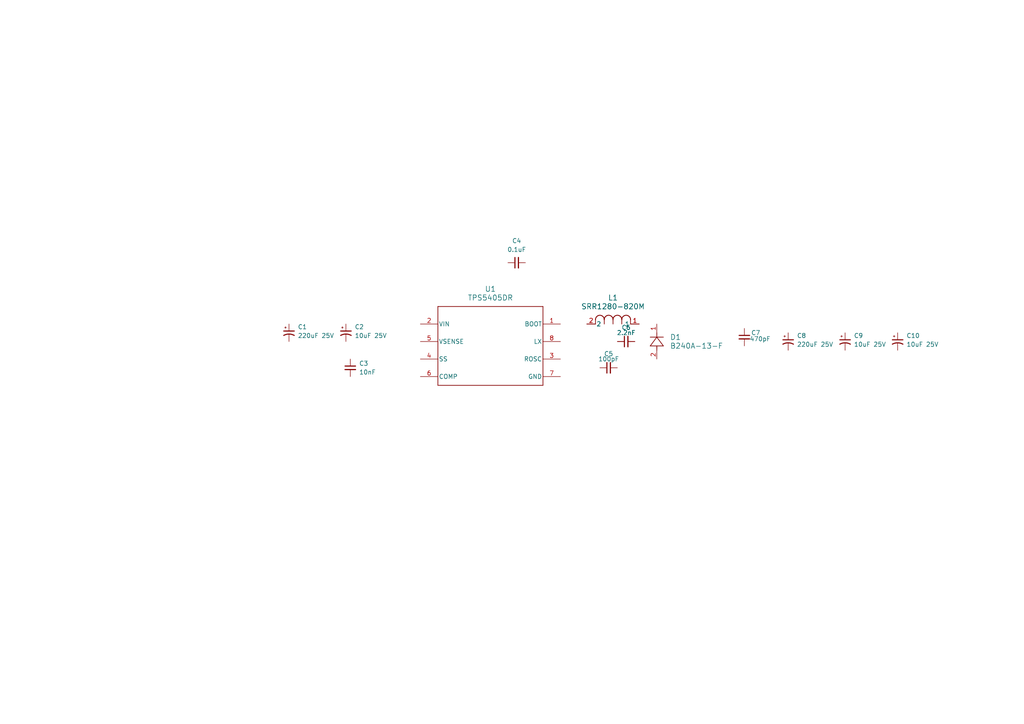
<source format=kicad_sch>
(kicad_sch (version 20250114) (generator "eeschema") (generator_version "9.0")
  (paper "A4")
  (title_block (title "Test Project") (date "2026-01-14") (rev "v1a") (company "Overhead Intelligence") (comment 1 "Author: Kevin Racktoo"))
  (lib_symbols
    (symbol "Device:C_Polarized_Small_US" (pin_numbers (hide yes)) (pin_names (offset 0.254) (hide yes))
      (property "Reference" "C" (at 0.254 1.778 0))
      (property "Value" "C_Polarized_Small_US" (at 0.254 -2.032 0))
      (symbol "C_Polarized_Small_US_0_1"
        (polyline (pts (xy -1.524 0.508) (xy 1.524 0.508)) (stroke (width 0.3048)))
        (polyline (pts (xy -1.27 1.524) (xy -0.762 1.524)))
        (polyline (pts (xy -1.016 1.27) (xy -1.016 1.778)))
        (arc (start -1.524 -0.762) (mid 0 -0.3734) (end 1.524 -0.762) (stroke (width 0.3048)))
      )
      (symbol "C_Polarized_Small_US_1_1"
        (pin passive line (at 0 2.54 270) (length 2.032) (name "~") (number "1"))
        (pin passive line (at 0 -2.54 90) (length 2.032) (name "~") (number "2"))
      )
    )
    (symbol "Device:C_Small" (pin_numbers (hide yes)) (pin_names (offset 0.254) (hide yes))
      (property "Reference" "C" (at 0.254 1.778 0))
      (property "Value" "C_Small" (at 0.254 -2.032 0))
      (symbol "C_Small_0_1"
        (polyline (pts (xy -1.524 0.508) (xy 1.524 0.508)) (stroke (width 0.3048)))
        (polyline (pts (xy -1.524 -0.508) (xy 1.524 -0.508)) (stroke (width 0.3302)))
      )
      (symbol "C_Small_1_1"
        (pin passive line (at 0 2.54 270) (length 2.032) (name "~") (number "1"))
        (pin passive line (at 0 -2.54 90) (length 2.032) (name "~") (number "2"))
      )
    )
    (symbol "Library:B240A-13-F" (pin_names (offset 0.254))
      (property "Reference" "D" (at 4.826 2.921 0))
      (property "Value" "B240A-13-F" (at 4.826 -3.048 0))
      (symbol "B240A-13-F_1_1"
        (polyline (pts (xy 2.54 0) (xy 3.4798 0)) (stroke (width 0.2032)))
        (polyline (pts (xy 3.175 0) (xy 3.81 0)) (stroke (width 0.2032)))
        (polyline (pts (xy 3.81 1.905) (xy 3.81 -1.905)) (stroke (width 0.2032)))
        (polyline (pts (xy 3.81 -1.905) (xy 6.35 0)) (stroke (width 0.2032)))
        (polyline (pts (xy 6.35 0) (xy 3.81 1.905)) (stroke (width 0.2032)))
        (polyline (pts (xy 6.35 0) (xy 7.62 0)) (stroke (width 0.2032)))
        (polyline (pts (xy 6.35 -1.905) (xy 6.35 1.905)) (stroke (width 0.2032)))
        (pin unspecified line (at 0 0 0) (length 2.54) (name "") (number "2"))
        (pin unspecified line (at 10.16 0 180) (length 2.54) (name "") (number "1"))
      )
      (symbol "B240A-13-F_1_2"
        (polyline (pts (xy -1.905 3.81) (xy 1.905 3.81)) (stroke (width 0.2032)))
        (polyline (pts (xy 0 6.35) (xy -1.905 3.81)) (stroke (width 0.2032)))
        (polyline (pts (xy 0 6.35) (xy 0 7.62)) (stroke (width 0.2032)))
        (polyline (pts (xy 0 3.175) (xy 0 3.81)) (stroke (width 0.2032)))
        (polyline (pts (xy 0 2.54) (xy 0 3.4798)) (stroke (width 0.2032)))
        (polyline (pts (xy 1.905 6.35) (xy -1.905 6.35)) (stroke (width 0.2032)))
        (polyline (pts (xy 1.905 3.81) (xy 0 6.35)) (stroke (width 0.2032)))
        (pin unspecified line (at 0 10.16 270) (length 2.54) (name "") (number "1"))
        (pin unspecified line (at 0 0 90) (length 2.54) (name "") (number "2"))
      )
    )
    (symbol "Library:SRR1280-820M" (pin_names (offset 0.254))
      (property "Reference" "L" (at 6.985 5.08 0))
      (property "Value" "SRR1280-820M" (at 6.985 -2.032 0))
      (symbol "SRR1280-820M_1_1"
        (polyline (pts (xy 2.54 0) (xy 2.54 1.27)) (stroke (width 0.2032)))
        (arc (start 2.54 1.27) (mid 3.81 2.5344) (end 5.08 1.27) (stroke (width 0.254)))
        (polyline (pts (xy 5.08 0) (xy 5.08 1.27)) (stroke (width 0.2032)))
        (arc (start 5.08 1.27) (mid 6.35 2.5344) (end 7.62 1.27) (stroke (width 0.254)))
        (polyline (pts (xy 7.62 0) (xy 7.62 1.27)) (stroke (width 0.2032)))
        (arc (start 7.62 1.27) (mid 8.89 2.5344) (end 10.16 1.27) (stroke (width 0.254)))
        (polyline (pts (xy 10.16 0) (xy 10.16 1.27)) (stroke (width 0.2032)))
        (arc (start 10.16 1.27) (mid 11.43 2.5344) (end 12.7 1.27) (stroke (width 0.254)))
        (polyline (pts (xy 12.7 0) (xy 12.7 1.27)) (stroke (width 0.2032)))
        (pin unspecified line (at 0 0 0) (length 2.54) (name "2") (number "2"))
        (pin unspecified line (at 15.24 0 180) (length 2.54) (name "1") (number "1"))
      )
      (symbol "SRR1280-820M_1_2"
        (arc (start -1.27 10.16) (mid -2.5344 11.43) (end -1.27 12.7) (stroke (width 0.254)))
        (arc (start -1.27 7.62) (mid -2.5344 8.89) (end -1.27 10.16) (stroke (width 0.254)))
        (arc (start -1.27 5.08) (mid -2.5344 6.35) (end -1.27 7.62) (stroke (width 0.254)))
        (arc (start -1.27 2.54) (mid -2.5344 3.81) (end -1.27 5.08) (stroke (width 0.254)))
        (polyline (pts (xy 0 12.7) (xy -1.27 12.7)) (stroke (width 0.2032)))
        (polyline (pts (xy 0 10.16) (xy -1.27 10.16)) (stroke (width 0.2032)))
        (polyline (pts (xy 0 7.62) (xy -1.27 7.62)) (stroke (width 0.2032)))
        (polyline (pts (xy 0 5.08) (xy -1.27 5.08)) (stroke (width 0.2032)))
        (polyline (pts (xy 0 2.54) (xy -1.27 2.54)) (stroke (width 0.2032)))
        (pin unspecified line (at 0 15.24 270) (length 2.54) (name "1") (number "1"))
        (pin unspecified line (at 0 0 90) (length 2.54) (name "2") (number "2"))
      )
    )
    (symbol "Library:TPS5405DR" (pin_names (offset 0.254))
      (property "Reference" "U" (at 35.052 6.35 0))
      (property "Value" "TPS5405DR" (at 11.43 6.35 0))
      (symbol "TPS5405DR_0_1"
        (polyline (pts (xy 5.08 5.08) (xy 5.08 -17.78)) (stroke (width 0.2032)))
        (polyline (pts (xy 5.08 -17.78) (xy 35.56 -17.78)) (stroke (width 0.2032)))
        (polyline (pts (xy 35.56 5.08) (xy 5.08 5.08)) (stroke (width 0.2032)))
        (polyline (pts (xy 35.56 -17.78) (xy 35.56 5.08)) (stroke (width 0.2032)))
        (pin power_in line (at 0 0 0) (length 5.08) (name "VIN") (number "2"))
        (pin power_in line (at 0 -5.08 0) (length 5.08) (name "VSENSE") (number "5"))
        (pin unspecified line (at 0 -10.16 0) (length 5.08) (name "SS") (number "4"))
        (pin unspecified line (at 0 -15.24 0) (length 5.08) (name "COMP") (number "6"))
        (pin unspecified line (at 40.64 0 180) (length 5.08) (name "BOOT") (number "1"))
        (pin unspecified line (at 40.64 -5.08 180) (length 5.08) (name "LX") (number "8"))
        (pin unspecified line (at 40.64 -10.16 180) (length 5.08) (name "ROSC") (number "3"))
        (pin power_in line (at 40.64 -15.24 180) (length 5.08) (name "GND") (number "7"))
      )
    )
  )
  (symbol (lib_id "Device:C_Small") (at 149.86 76.2 90) (unit 1)
    (property "Reference" "C4" (at 149.8663 69.85 90))
    (property "Value" "0.1uF" (at 149.8663 72.39 90))
    (property "Footprint" "Capacitor_SMD:C_0603_1608Metric" (effects (hide yes)))
  )
  (symbol (lib_id "Device:C_Small") (at 215.9 97.79 0) (unit 1)
    (property "Reference" "C7" (at 219.202 96.5263 0))
    (property "Value" "470pF" (at 220.472 98.3043 0))
    (property "Footprint" "Capacitor_SMD:C_0603_1608Metric" (effects (hide yes)))
  )
  (symbol (lib_id "Device:C_Small") (at 176.53 106.68 90) (unit 1)
    (property "Reference" "C5" (at 176.5363 102.616 90))
    (property "Value" "100pF" (at 176.5363 104.14 90))
    (property "Footprint" "Capacitor_SMD:C_0603_1608Metric" (effects (hide yes)))
  )
  (symbol (lib_id "Library:TPS5405DR") (at 121.92 93.98 0) (unit 1)
    (property "Reference" "U1" (at 142.24 83.82 0) (effects (font (size 1.524 1.524))))
    (property "Value" "TPS5405DR" (at 142.24 86.36 0) (effects (font (size 1.524 1.524))))
    (property "Footprint" "Library:TPS5405DR" (effects (hide yes)))
    (property "JLCPCB Part #" "C488409" (effects (hide yes)))
  )
  (symbol (lib_id "Device:C_Polarized_Small_US") (at 83.82 96.52 0) (unit 1)
    (property "Reference" "C1" (at 86.36 94.8181 0) (effects (justify left)))
    (property "Value" "220uF 25V" (at 86.36 97.3581 0) (effects (justify left)))
    (property "Footprint" "Capacitor_SMD:C_Elec_8x10.2" (effects (hide yes)))
    (property "Description" "UWT1V221MNL1GS" (effects (hide yes)))
    (property "JLCPCB Part #" "C3340" (effects (hide yes)))
  )
  (symbol (lib_id "Library:B240A-13-F") (at 190.5 104.14 90) (unit 1)
    (property "Reference" "D1" (at 194.31 97.7899 90) (effects (font (size 1.524 1.524)) (justify right)))
    (property "Value" "B240A-13-F" (at 194.31 100.3299 90) (effects (font (size 1.524 1.524)) (justify right)))
    (property "Footprint" "Library:B240A_13_F" (effects (hide yes)))
    (property "JLCPCB Part #" "C92506" (effects (hide yes)))
  )
  (symbol (lib_id "Device:C_Polarized_Small_US") (at 245.11 99.06 0) (unit 1)
    (property "Reference" "C9" (at 247.65 97.3581 0) (effects (justify left)))
    (property "Value" "10uF 25V" (at 247.65 99.8981 0) (effects (justify left)))
    (property "Footprint" "Capacitor_SMD:C_Elec_4x5.4" (effects (hide yes)))
    (property "Description" "865080440002" (effects (hide yes)))
    (property "JLCPCB Part #" "C3343" (effects (hide yes)))
  )
  (symbol (lib_id "Device:C_Polarized_Small_US") (at 100.33 96.52 0) (unit 1)
    (property "Reference" "C2" (at 102.87 94.8181 0) (effects (justify left)))
    (property "Value" "10uF 25V" (at 102.87 97.3581 0) (effects (justify left)))
    (property "Footprint" "Capacitor_SMD:C_Elec_4x5.4" (effects (hide yes)))
    (property "Description" "865080440002" (effects (hide yes)))
    (property "JLCPCB Part #" "C3343" (effects (hide yes)))
  )
  (symbol (lib_id "Device:C_Polarized_Small_US") (at 228.6 99.06 0) (unit 1)
    (property "Reference" "C8" (at 231.14 97.3581 0) (effects (justify left)))
    (property "Value" "220uF 25V" (at 231.14 99.8981 0) (effects (justify left)))
    (property "Footprint" "Capacitor_SMD:C_Elec_8x10.2" (effects (hide yes)))
    (property "Description" "UWT1V221MNL1GS" (effects (hide yes)))
    (property "JLCPCB Part #" "C3340" (effects (hide yes)))
  )
  (symbol (lib_id "Device:C_Small") (at 181.61 99.06 90) (unit 1)
    (property "Reference" "C6" (at 181.6163 94.996 90))
    (property "Value" "2.2nF" (at 181.6163 96.52 90))
    (property "Footprint" "Capacitor_SMD:C_0603_1608Metric" (effects (hide yes)))
  )
  (symbol (lib_id "Device:C_Small") (at 101.6 106.68 0) (unit 1)
    (property "Reference" "C3" (at 104.14 105.4162 0) (effects (justify left)))
    (property "Value" "10nF" (at 104.14 107.9562 0) (effects (justify left)))
    (property "Footprint" "Capacitor_SMD:C_0603_1608Metric" (effects (hide yes)))
  )
  (symbol (lib_id "Library:SRR1280-820M") (at 170.18 93.98 0) (unit 1)
    (property "Reference" "L1" (at 177.8 86.36 0) (effects (font (size 1.524 1.524))))
    (property "Value" "SRR1280-820M" (at 177.8 88.9 0) (effects (font (size 1.524 1.524))))
    (property "Footprint" "Library:SRR1280_820M" (effects (hide yes)))
    (property "JLCPCB Part #" "C2046817" (effects (hide yes)))
  )
  (symbol (lib_id "Device:C_Polarized_Small_US") (at 260.35 99.06 0) (unit 1)
    (property "Reference" "C10" (at 262.89 97.3581 0) (effects (justify left)))
    (property "Value" "10uF 25V" (at 262.89 99.8981 0) (effects (justify left)))
    (property "Footprint" "Capacitor_SMD:C_Elec_4x5.4" (effects (hide yes)))
    (property "Description" "865080440002" (effects (hide yes)))
    (property "JLCPCB Part #" "C3343" (effects (hide yes)))
  )
)
</source>
